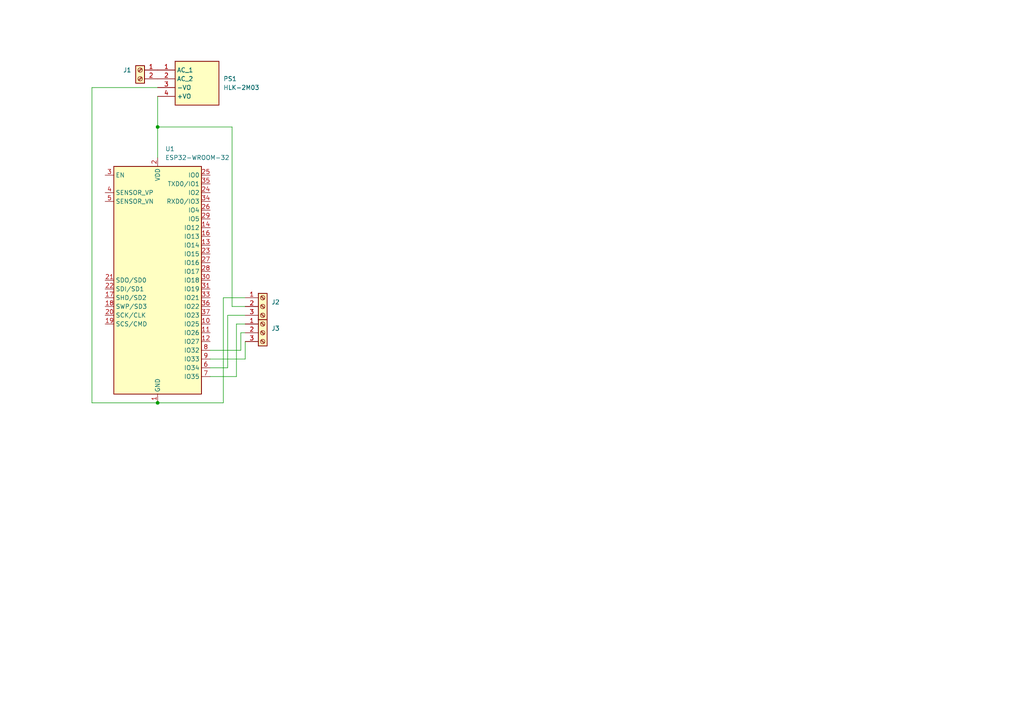
<source format=kicad_sch>
(kicad_sch (version 20230121) (generator eeschema)
  (paper "A4")
  (lib_symbols
    (symbol "Connector:Screw_Terminal_01x02" (pin_names (offset 1.016) hide)
      (property "Reference" "J" (at 0 2.54 0))
      (property "Value" "Screw_Terminal_01x02" (at 0 -5.08 0))
      (symbol "Screw_Terminal_01x02_1_1"
        (rectangle (start -1.27 1.27) (end 1.27 -3.81) (stroke (width 0.254)) (fill (type background)))
        (circle (center 0 -2.54) (radius 0.635) (stroke (width 0.1524)))
        (polyline (pts (xy -0.5334 -2.2098) (xy 0.3302 -3.048)) (stroke (width 0.1524)))
        (polyline (pts (xy -0.5334 0.3302) (xy 0.3302 -0.508)) (stroke (width 0.1524)))
        (polyline (pts (xy -0.3556 -2.032) (xy 0.508 -2.8702)) (stroke (width 0.1524)))
        (polyline (pts (xy -0.3556 0.508) (xy 0.508 -0.3302)) (stroke (width 0.1524)))
        (circle (center 0 0) (radius 0.635) (stroke (width 0.1524)))
        (pin passive line (at -5.08 0 0) (length 3.81) (name "Pin_1") (number "1"))
        (pin passive line (at -5.08 -2.54 0) (length 3.81) (name "Pin_2") (number "2"))
      )
    )
    (symbol "Connector:Screw_Terminal_01x03" (pin_names (offset 1.016) hide)
      (property "Reference" "J" (at 0 5.08 0))
      (property "Value" "Screw_Terminal_01x03" (at 0 -5.08 0))
      (symbol "Screw_Terminal_01x03_1_1"
        (rectangle (start -1.27 3.81) (end 1.27 -3.81) (stroke (width 0.254)) (fill (type background)))
        (circle (center 0 -2.54) (radius 0.635) (stroke (width 0.1524)))
        (polyline (pts (xy -0.5334 -2.2098) (xy 0.3302 -3.048)) (stroke (width 0.1524)))
        (polyline (pts (xy -0.5334 0.3302) (xy 0.3302 -0.508)) (stroke (width 0.1524)))
        (polyline (pts (xy -0.5334 2.8702) (xy 0.3302 2.032)) (stroke (width 0.1524)))
        (polyline (pts (xy -0.3556 -2.032) (xy 0.508 -2.8702)) (stroke (width 0.1524)))
        (polyline (pts (xy -0.3556 0.508) (xy 0.508 -0.3302)) (stroke (width 0.1524)))
        (polyline (pts (xy -0.3556 3.048) (xy 0.508 2.2098)) (stroke (width 0.1524)))
        (circle (center 0 0) (radius 0.635) (stroke (width 0.1524)))
        (circle (center 0 2.54) (radius 0.635) (stroke (width 0.1524)))
        (pin passive line (at -5.08 2.54 0) (length 3.81) (name "Pin_1") (number "1"))
        (pin passive line (at -5.08 0 0) (length 3.81) (name "Pin_2") (number "2"))
        (pin passive line (at -5.08 -2.54 0) (length 3.81) (name "Pin_3") (number "3"))
      )
    )
    (symbol "RF_Module:ESP32-WROOM-32"
      (property "Reference" "U" (at -12.7 34.29 0))
      (property "Value" "ESP32-WROOM-32" (at 1.27 34.29 0))
      (symbol "ESP32-WROOM-32_0_1"
        (rectangle (start -12.7 33.02) (end 12.7 -33.02) (stroke (width 0.254)) (fill (type background)))
      )
      (symbol "ESP32-WROOM-32_1_1"
        (pin power_in line (at 0 -35.56 90) (length 2.54) (name "GND") (number "1"))
        (pin bidirectional line (at 15.24 -12.7 180) (length 2.54) (name "IO25") (number "10"))
        (pin bidirectional line (at 15.24 -15.24 180) (length 2.54) (name "IO26") (number "11"))
        (pin bidirectional line (at 15.24 -17.78 180) (length 2.54) (name "IO27") (number "12"))
        (pin bidirectional line (at 15.24 10.16 180) (length 2.54) (name "IO14") (number "13"))
        (pin bidirectional line (at 15.24 15.24 180) (length 2.54) (name "IO12") (number "14"))
        (pin passive line (at 0 -35.56 90) (length 2.54) hide (name "GND") (number "15"))
        (pin bidirectional line (at 15.24 12.7 180) (length 2.54) (name "IO13") (number "16"))
        (pin bidirectional line (at -15.24 -5.08 0) (length 2.54) (name "SHD/SD2") (number "17"))
        (pin bidirectional line (at -15.24 -7.62 0) (length 2.54) (name "SWP/SD3") (number "18"))
        (pin bidirectional line (at -15.24 -12.7 0) (length 2.54) (name "SCS/CMD") (number "19"))
        (pin power_in line (at 0 35.56 270) (length 2.54) (name "VDD") (number "2"))
        (pin bidirectional line (at -15.24 -10.16 0) (length 2.54) (name "SCK/CLK") (number "20"))
        (pin bidirectional line (at -15.24 0 0) (length 2.54) (name "SDO/SD0") (number "21"))
        (pin bidirectional line (at -15.24 -2.54 0) (length 2.54) (name "SDI/SD1") (number "22"))
        (pin bidirectional line (at 15.24 7.62 180) (length 2.54) (name "IO15") (number "23"))
        (pin bidirectional line (at 15.24 25.4 180) (length 2.54) (name "IO2") (number "24"))
        (pin bidirectional line (at 15.24 30.48 180) (length 2.54) (name "IO0") (number "25"))
        (pin bidirectional line (at 15.24 20.32 180) (length 2.54) (name "IO4") (number "26"))
        (pin bidirectional line (at 15.24 5.08 180) (length 2.54) (name "IO16") (number "27"))
        (pin bidirectional line (at 15.24 2.54 180) (length 2.54) (name "IO17") (number "28"))
        (pin bidirectional line (at 15.24 17.78 180) (length 2.54) (name "IO5") (number "29"))
        (pin input line (at -15.24 30.48 0) (length 2.54) (name "EN") (number "3"))
        (pin bidirectional line (at 15.24 0 180) (length 2.54) (name "IO18") (number "30"))
        (pin bidirectional line (at 15.24 -2.54 180) (length 2.54) (name "IO19") (number "31"))
        (pin no_connect line (at -12.7 -27.94 0) (length 2.54) hide (name "NC") (number "32"))
        (pin bidirectional line (at 15.24 -5.08 180) (length 2.54) (name "IO21") (number "33"))
        (pin bidirectional line (at 15.24 22.86 180) (length 2.54) (name "RXD0/IO3") (number "34"))
        (pin bidirectional line (at 15.24 27.94 180) (length 2.54) (name "TXD0/IO1") (number "35"))
        (pin bidirectional line (at 15.24 -7.62 180) (length 2.54) (name "IO22") (number "36"))
        (pin bidirectional line (at 15.24 -10.16 180) (length 2.54) (name "IO23") (number "37"))
        (pin passive line (at 0 -35.56 90) (length 2.54) hide (name "GND") (number "38"))
        (pin passive line (at 0 -35.56 90) (length 2.54) hide (name "GND") (number "39"))
        (pin input line (at -15.24 25.4 0) (length 2.54) (name "SENSOR_VP") (number "4"))
        (pin input line (at -15.24 22.86 0) (length 2.54) (name "SENSOR_VN") (number "5"))
        (pin input line (at 15.24 -25.4 180) (length 2.54) (name "IO34") (number "6"))
        (pin input line (at 15.24 -27.94 180) (length 2.54) (name "IO35") (number "7"))
        (pin bidirectional line (at 15.24 -20.32 180) (length 2.54) (name "IO32") (number "8"))
        (pin bidirectional line (at 15.24 -22.86 180) (length 2.54) (name "IO33") (number "9"))
      )
    )
    (symbol "converters:HLK-2M03"
      (property "Reference" "PS" (at 19.05 7.62 0))
      (property "Value" "HLK-2M03" (at 19.05 5.08 0))
      (symbol "HLK-2M03_1_1"
        (rectangle (start 5.08 2.54) (end 17.78 -10.16) (stroke (width 0.254)) (fill (type background)))
        (pin passive line (at 0 0 0) (length 5.08) (name "AC_1") (number "1"))
        (pin passive line (at 0 -2.54 0) (length 5.08) (name "AC_2") (number "2"))
        (pin passive line (at 0 -5.08 0) (length 5.08) (name "-VO") (number "3"))
        (pin passive line (at 0 -7.62 0) (length 5.08) (name "+VO") (number "4"))
      )
    )
  )
  (junction (at 45.72 36.83))
  (junction (at 45.72 116.84))
  (wire (pts (xy 69.85 101.6) (xy 60.96 101.6)))
  (wire (pts (xy 64.77 86.36) (xy 64.77 116.84)))
  (wire (pts (xy 66.04 106.68) (xy 60.96 106.68)))
  (wire (pts (xy 71.12 91.44) (xy 66.04 91.44)))
  (wire (pts (xy 64.77 116.84) (xy 45.72 116.84)))
  (wire (pts (xy 66.04 91.44) (xy 66.04 106.68)))
  (wire (pts (xy 60.96 104.14) (xy 71.12 104.14)))
  (wire (pts (xy 26.67 116.84) (xy 45.72 116.84)))
  (wire (pts (xy 45.72 27.94) (xy 45.72 36.83)))
  (wire (pts (xy 26.67 25.4) (xy 45.72 25.4)))
  (wire (pts (xy 68.58 93.98) (xy 71.12 93.98)))
  (wire (pts (xy 69.85 96.52) (xy 71.12 96.52)))
  (wire (pts (xy 26.67 25.4) (xy 26.67 116.84)))
  (wire (pts (xy 67.31 88.9) (xy 71.12 88.9)))
  (wire (pts (xy 67.31 36.83) (xy 67.31 88.9)))
  (wire (pts (xy 45.72 36.83) (xy 67.31 36.83)))
  (wire (pts (xy 69.85 96.52) (xy 69.85 101.6)))
  (wire (pts (xy 45.72 36.83) (xy 45.72 45.72)))
  (wire (pts (xy 68.58 109.22) (xy 60.96 109.22)))
  (wire (pts (xy 68.58 93.98) (xy 68.58 109.22)))
  (wire (pts (xy 71.12 99.06) (xy 71.12 104.14)))
  (wire (pts (xy 64.77 86.36) (xy 71.12 86.36)))
  (symbol (lib_id "Connector:Screw_Terminal_01x02") (at 40.64 20.32 0) (mirror y) (unit 1)
    (property "Reference" "J1" (at 38.1 20.32 0) (effects (justify left)))
    (property "Value" "Screw_Terminal_01x02" (effects hide))
    (property "Footprint" "TerminalBlock_Altech:Altech_AK300_1x02_P5.00mm_45-Degree" (effects hide))
  )
  (symbol (lib_id "RF_Module:ESP32-WROOM-32") (at 45.72 81.28 0) (unit 1)
    (property "Reference" "U1" (at 47.9141 43.18 0) (effects (justify left)))
    (property "Value" "ESP32-WROOM-32" (at 47.9141 45.72 0) (effects (justify left)))
    (property "Footprint" "RF_Module:ESP32-WROOM-32" (effects hide))
    (property "Datasheet" "https://www.espressif.com/sites/default/files/documentation/esp32-wroom-32_datasheet_en.pdf" (effects hide))
  )
  (symbol (lib_id "Connector:Screw_Terminal_01x03") (at 76.2 96.52 0) (unit 1)
    (property "Reference" "J3" (at 78.74 95.25 0) (effects (justify left)))
    (property "Value" "Screw_Terminal_01x03" (effects hide))
    (property "Footprint" "TerminalBlock_Altech:Altech_AK300_1x03_P5.00mm_45-Degree" (effects hide))
  )
  (symbol (lib_id "converters:HLK-2M03") (at 45.72 20.32 0) (unit 1)
    (property "Reference" "PS1" (at 64.77 22.86 0) (effects (justify left)))
    (property "Value" "HLK-2M03" (at 64.77 25.4 0) (effects (justify left)))
    (property "Footprint" "HLK2M03" (effects hide))
    (property "Datasheet" "https://robu.in/wp-content/uploads/2020/02/1912111437_HI-LINK-HLK-2M03_C399249.pdf" (effects hide))
    (property "Height" "19" (effects hide))
    (property "Manufacturer_Name" "Hi-Link" (effects hide))
    (property "Manufacturer_Part_Number" "HLK-2M03" (effects hide))
  )
  (symbol (lib_id "Connector:Screw_Terminal_01x03") (at 76.2 88.9 0) (unit 1)
    (property "Reference" "J2" (at 78.74 87.63 0) (effects (justify left)))
    (property "Value" "Screw_Terminal_01x03" (effects hide))
    (property "Footprint" "TerminalBlock_Altech:Altech_AK300_1x03_P5.00mm_45-Degree" (effects hide))
  )
)
</source>
